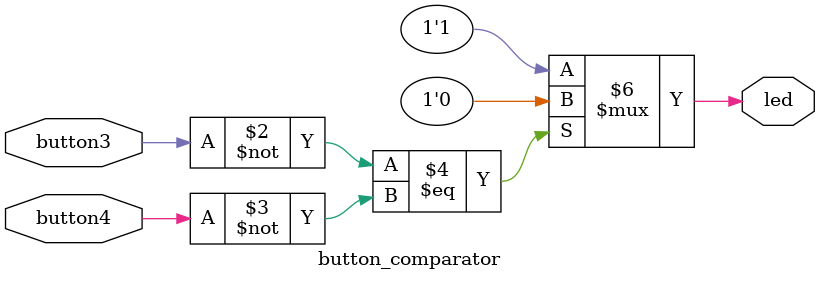
<source format=v>
module button_comparator (
    input wire button3,
    input wire button4,
    output reg led
);

always @(*) begin
    if (~button3 == ~button4) // Check if the active low inputs are equal
        led = 1'b0; // LED ON (active low)
    else
        led = 1'b1; // LED OFF (active low)
end

endmodule
</source>
